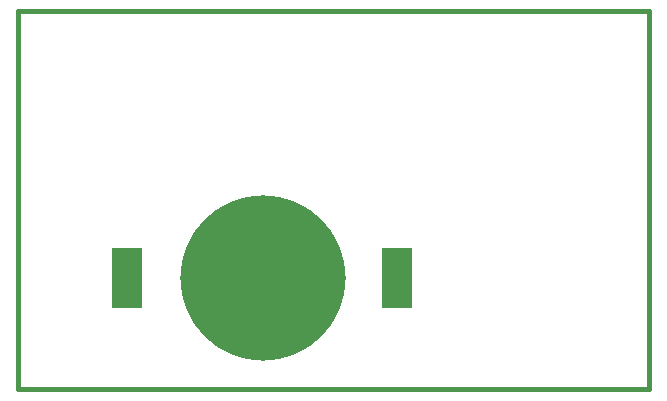
<source format=gbp>
G04 (created by PCBNEW-RS274X (2010-05-05 BZR 2356)-stable) date 3/07/2011 4:58:35 p.m.*
G01*
G70*
G90*
%MOIN*%
G04 Gerber Fmt 3.4, Leading zero omitted, Abs format*
%FSLAX34Y34*%
G04 APERTURE LIST*
%ADD10C,0.006000*%
%ADD11C,0.015000*%
%ADD12R,0.100000X0.200800*%
%ADD13C,0.551200*%
G04 APERTURE END LIST*
G54D10*
G54D11*
X43307Y-33111D02*
X43307Y-20552D01*
X22283Y-33150D02*
X43307Y-33150D01*
X22283Y-20551D02*
X22283Y-33150D01*
X43307Y-20551D02*
X22283Y-20551D01*
G54D12*
X25905Y-29449D03*
X34921Y-29449D03*
G54D13*
X30433Y-29449D03*
M02*

</source>
